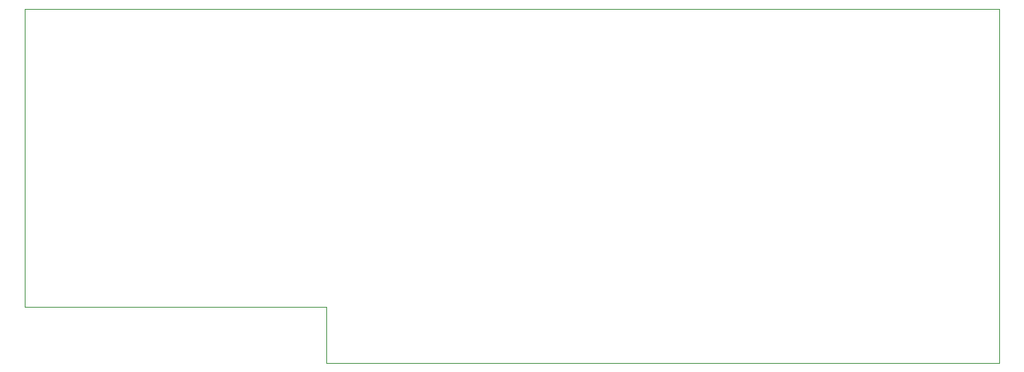
<source format=gbr>
%TF.GenerationSoftware,KiCad,Pcbnew,7.0.10*%
%TF.CreationDate,2025-02-04T22:51:35+01:00*%
%TF.ProjectId,BugWiperPCB,42756757-6970-4657-9250-43422e6b6963,rev?*%
%TF.SameCoordinates,Original*%
%TF.FileFunction,Profile,NP*%
%FSLAX46Y46*%
G04 Gerber Fmt 4.6, Leading zero omitted, Abs format (unit mm)*
G04 Created by KiCad (PCBNEW 7.0.10) date 2025-02-04 22:51:35*
%MOMM*%
%LPD*%
G01*
G04 APERTURE LIST*
%TA.AperFunction,Profile*%
%ADD10C,0.100000*%
%TD*%
G04 APERTURE END LIST*
D10*
X144000000Y-93700000D02*
X110000000Y-93700000D01*
X144000000Y-100000000D02*
X144000000Y-93700000D01*
X220000000Y-60000000D02*
X110000000Y-60000000D01*
X110000000Y-93700000D02*
X110000000Y-60000000D01*
X220000000Y-100000000D02*
X220000000Y-60000000D01*
X144000000Y-100000000D02*
X220000000Y-100000000D01*
M02*

</source>
